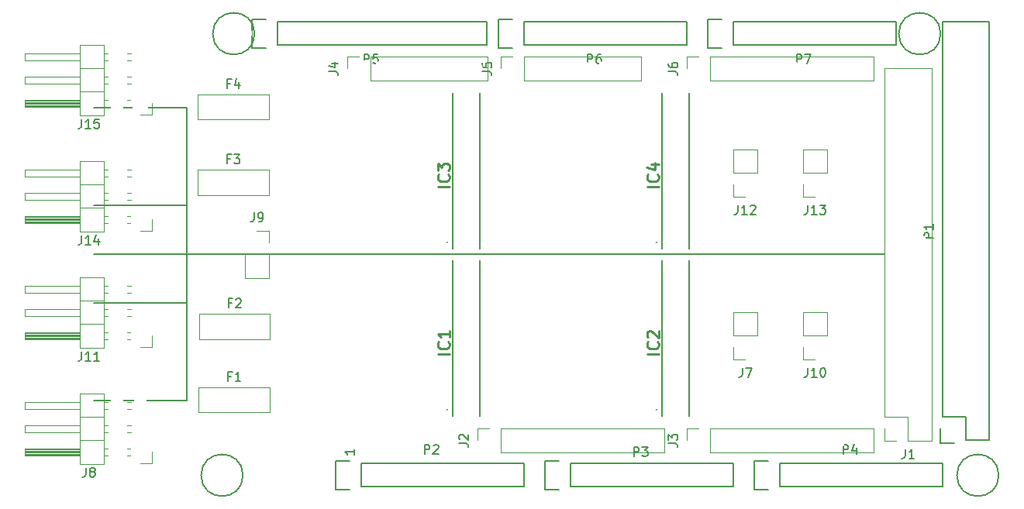
<source format=gto>
G04 #@! TF.GenerationSoftware,KiCad,Pcbnew,(5.1.2-1)-1*
G04 #@! TF.CreationDate,2019-07-30T03:14:59+09:00*
G04 #@! TF.ProjectId,switcher-shield,73776974-6368-4657-922d-736869656c64,rev?*
G04 #@! TF.SameCoordinates,PX6296c50PY74079d0*
G04 #@! TF.FileFunction,Legend,Top*
G04 #@! TF.FilePolarity,Positive*
%FSLAX46Y46*%
G04 Gerber Fmt 4.6, Leading zero omitted, Abs format (unit mm)*
G04 Created by KiCad (PCBNEW (5.1.2-1)-1) date 2019-07-30 03:14:59*
%MOMM*%
%LPD*%
G04 APERTURE LIST*
%ADD10C,0.150000*%
%ADD11C,0.120000*%
%ADD12C,0.200000*%
%ADD13C,0.254000*%
%ADD14O,1.700000X1.700000*%
%ADD15R,1.700000X1.700000*%
%ADD16C,1.727200*%
%ADD17O,1.727200X1.727200*%
%ADD18O,1.727200X2.032000*%
%ADD19C,4.064000*%
%ADD20C,1.900000*%
%ADD21C,2.000000*%
G04 APERTURE END LIST*
D10*
X10160000Y42672000D02*
X10160000Y10668000D01*
X0Y42672000D02*
X10160000Y42672000D01*
X0Y32004000D02*
X10160000Y32004000D01*
X0Y21336000D02*
X10160000Y21336000D01*
X0Y10668000D02*
X10160000Y10668000D01*
X0Y26670000D02*
X86360000Y26670000D01*
X2540000Y26670000D02*
X9398000Y26670000D01*
X0Y26670000D02*
X2540000Y26670000D01*
X28392380Y5365715D02*
X28392380Y4794286D01*
X28392380Y5080000D02*
X27392380Y5080000D01*
X27535238Y4984762D01*
X27630476Y4889524D01*
X27678095Y4794286D01*
D11*
X71120000Y15180000D02*
X69790000Y15180000D01*
X69790000Y15180000D02*
X69790000Y16510000D01*
X69790000Y17780000D02*
X69790000Y20380000D01*
X72450000Y20380000D02*
X69790000Y20380000D01*
X72450000Y17780000D02*
X72450000Y20380000D01*
X72450000Y17780000D02*
X69790000Y17780000D01*
D10*
X97790000Y6350000D02*
X97790000Y52070000D01*
X92710000Y52070000D02*
X92710000Y8890000D01*
X97790000Y52070000D02*
X92710000Y52070000D01*
X97790000Y6350000D02*
X95250000Y6350000D01*
X92430000Y7620000D02*
X92430000Y6070000D01*
X95250000Y6350000D02*
X95250000Y8890000D01*
X95250000Y8890000D02*
X92710000Y8890000D01*
X92430000Y6070000D02*
X93980000Y6070000D01*
X29210000Y1270000D02*
X46990000Y1270000D01*
X46990000Y1270000D02*
X46990000Y3810000D01*
X46990000Y3810000D02*
X29210000Y3810000D01*
X26390000Y990000D02*
X27940000Y990000D01*
X29210000Y1270000D02*
X29210000Y3810000D01*
X27940000Y4090000D02*
X26390000Y4090000D01*
X26390000Y4090000D02*
X26390000Y990000D01*
X52070000Y1270000D02*
X69850000Y1270000D01*
X69850000Y1270000D02*
X69850000Y3810000D01*
X69850000Y3810000D02*
X52070000Y3810000D01*
X49250000Y990000D02*
X50800000Y990000D01*
X52070000Y1270000D02*
X52070000Y3810000D01*
X50800000Y4090000D02*
X49250000Y4090000D01*
X49250000Y4090000D02*
X49250000Y990000D01*
X74930000Y1270000D02*
X92710000Y1270000D01*
X92710000Y1270000D02*
X92710000Y3810000D01*
X92710000Y3810000D02*
X74930000Y3810000D01*
X72110000Y990000D02*
X73660000Y990000D01*
X74930000Y1270000D02*
X74930000Y3810000D01*
X73660000Y4090000D02*
X72110000Y4090000D01*
X72110000Y4090000D02*
X72110000Y990000D01*
X20066000Y49530000D02*
X42926000Y49530000D01*
X42926000Y49530000D02*
X42926000Y52070000D01*
X42926000Y52070000D02*
X20066000Y52070000D01*
X17246000Y49250000D02*
X18796000Y49250000D01*
X20066000Y49530000D02*
X20066000Y52070000D01*
X18796000Y52350000D02*
X17246000Y52350000D01*
X17246000Y52350000D02*
X17246000Y49250000D01*
X46990000Y49530000D02*
X64770000Y49530000D01*
X64770000Y49530000D02*
X64770000Y52070000D01*
X64770000Y52070000D02*
X46990000Y52070000D01*
X44170000Y49250000D02*
X45720000Y49250000D01*
X46990000Y49530000D02*
X46990000Y52070000D01*
X45720000Y52350000D02*
X44170000Y52350000D01*
X44170000Y52350000D02*
X44170000Y49250000D01*
X69850000Y49530000D02*
X87630000Y49530000D01*
X87630000Y49530000D02*
X87630000Y52070000D01*
X87630000Y52070000D02*
X69850000Y52070000D01*
X67030000Y49250000D02*
X68580000Y49250000D01*
X69850000Y49530000D02*
X69850000Y52070000D01*
X68580000Y52350000D02*
X67030000Y52350000D01*
X67030000Y52350000D02*
X67030000Y49250000D01*
X16256000Y2540000D02*
G75*
G03X16256000Y2540000I-2286000J0D01*
G01*
X98806000Y2540000D02*
G75*
G03X98806000Y2540000I-2286000J0D01*
G01*
X17526000Y50800000D02*
G75*
G03X17526000Y50800000I-2286000J0D01*
G01*
X92456000Y50800000D02*
G75*
G03X92456000Y50800000I-2286000J0D01*
G01*
D11*
X91500000Y6290000D02*
X88900000Y6290000D01*
X91500000Y6290000D02*
X91500000Y47050000D01*
X91500000Y47050000D02*
X86300000Y47050000D01*
X86300000Y8890000D02*
X86300000Y47050000D01*
X88900000Y8890000D02*
X86300000Y8890000D01*
X88900000Y6290000D02*
X88900000Y8890000D01*
X86300000Y6290000D02*
X86300000Y7620000D01*
X87630000Y6290000D02*
X86300000Y6290000D01*
X44450000Y5020000D02*
X44450000Y7680000D01*
X44450000Y5020000D02*
X62290000Y5020000D01*
X62290000Y5020000D02*
X62290000Y7680000D01*
X44450000Y7680000D02*
X62290000Y7680000D01*
X41850000Y7680000D02*
X43180000Y7680000D01*
X41850000Y6350000D02*
X41850000Y7680000D01*
X64710000Y6350000D02*
X64710000Y7680000D01*
X64710000Y7680000D02*
X66040000Y7680000D01*
X67310000Y7680000D02*
X85150000Y7680000D01*
X85150000Y5020000D02*
X85150000Y7680000D01*
X67310000Y5020000D02*
X85150000Y5020000D01*
X67310000Y5020000D02*
X67310000Y7680000D01*
X67310000Y45660000D02*
X67310000Y48320000D01*
X67310000Y45660000D02*
X85150000Y45660000D01*
X85150000Y45660000D02*
X85150000Y48320000D01*
X67310000Y48320000D02*
X85150000Y48320000D01*
X64710000Y48320000D02*
X66040000Y48320000D01*
X64710000Y46990000D02*
X64710000Y48320000D01*
X30226000Y45660000D02*
X30226000Y48320000D01*
X30226000Y45660000D02*
X42986000Y45660000D01*
X42986000Y45660000D02*
X42986000Y48320000D01*
X30226000Y48320000D02*
X42986000Y48320000D01*
X27626000Y48320000D02*
X28956000Y48320000D01*
X27626000Y46990000D02*
X27626000Y48320000D01*
X44390000Y46990000D02*
X44390000Y48320000D01*
X44390000Y48320000D02*
X45720000Y48320000D01*
X46990000Y48320000D02*
X59750000Y48320000D01*
X59750000Y45660000D02*
X59750000Y48320000D01*
X46990000Y45660000D02*
X59750000Y45660000D01*
X46990000Y45660000D02*
X46990000Y48320000D01*
D12*
X38552000Y9711000D02*
G75*
G03X38552000Y9711000I-53000J0D01*
G01*
X42140000Y26026000D02*
X42140000Y9026000D01*
X39140000Y9026000D02*
X39140000Y26026000D01*
D11*
X1100000Y3750000D02*
X1100000Y11490000D01*
X1100000Y11490000D02*
X-1560000Y11490000D01*
X-1560000Y11490000D02*
X-1560000Y3750000D01*
X-1560000Y3750000D02*
X1100000Y3750000D01*
X-1560000Y4700000D02*
X-7560000Y4700000D01*
X-7560000Y4700000D02*
X-7560000Y5460000D01*
X-7560000Y5460000D02*
X-1560000Y5460000D01*
X-1560000Y4760000D02*
X-7560000Y4760000D01*
X-1560000Y4880000D02*
X-7560000Y4880000D01*
X-1560000Y5000000D02*
X-7560000Y5000000D01*
X-1560000Y5120000D02*
X-7560000Y5120000D01*
X-1560000Y5240000D02*
X-7560000Y5240000D01*
X-1560000Y5360000D02*
X-7560000Y5360000D01*
X1497071Y4700000D02*
X1100000Y4700000D01*
X1497071Y5460000D02*
X1100000Y5460000D01*
X3970000Y4700000D02*
X3582929Y4700000D01*
X3970000Y5460000D02*
X3582929Y5460000D01*
X1100000Y6350000D02*
X-1560000Y6350000D01*
X-1560000Y7240000D02*
X-7560000Y7240000D01*
X-7560000Y7240000D02*
X-7560000Y8000000D01*
X-7560000Y8000000D02*
X-1560000Y8000000D01*
X1497071Y7240000D02*
X1100000Y7240000D01*
X1497071Y8000000D02*
X1100000Y8000000D01*
X4037071Y7240000D02*
X3582929Y7240000D01*
X4037071Y8000000D02*
X3582929Y8000000D01*
X1100000Y8890000D02*
X-1560000Y8890000D01*
X-1560000Y9780000D02*
X-7560000Y9780000D01*
X-7560000Y9780000D02*
X-7560000Y10540000D01*
X-7560000Y10540000D02*
X-1560000Y10540000D01*
X1497071Y9780000D02*
X1100000Y9780000D01*
X1497071Y10540000D02*
X1100000Y10540000D01*
X4037071Y9780000D02*
X3582929Y9780000D01*
X4037071Y10540000D02*
X3582929Y10540000D01*
X6350000Y5080000D02*
X6350000Y3810000D01*
X6350000Y3810000D02*
X5080000Y3810000D01*
X16450000Y26670000D02*
X19110000Y26670000D01*
X16450000Y26670000D02*
X16450000Y24070000D01*
X16450000Y24070000D02*
X19110000Y24070000D01*
X19110000Y26670000D02*
X19110000Y24070000D01*
X19110000Y29270000D02*
X19110000Y27940000D01*
X17780000Y29270000D02*
X19110000Y29270000D01*
D12*
X61412000Y9711000D02*
G75*
G03X61412000Y9711000I-53000J0D01*
G01*
X65000000Y26026000D02*
X65000000Y9026000D01*
X62000000Y9026000D02*
X62000000Y26026000D01*
X38552000Y27999000D02*
G75*
G03X38552000Y27999000I-53000J0D01*
G01*
X42140000Y44314000D02*
X42140000Y27314000D01*
X39140000Y27314000D02*
X39140000Y44314000D01*
X62000000Y27314000D02*
X62000000Y44314000D01*
X65000000Y44314000D02*
X65000000Y27314000D01*
X61412000Y27999000D02*
G75*
G03X61412000Y27999000I-53000J0D01*
G01*
D11*
X80070000Y17780000D02*
X77410000Y17780000D01*
X80070000Y17780000D02*
X80070000Y20380000D01*
X80070000Y20380000D02*
X77410000Y20380000D01*
X77410000Y17780000D02*
X77410000Y20380000D01*
X77410000Y15180000D02*
X77410000Y16510000D01*
X78740000Y15180000D02*
X77410000Y15180000D01*
X1100000Y16450000D02*
X1100000Y24190000D01*
X1100000Y24190000D02*
X-1560000Y24190000D01*
X-1560000Y24190000D02*
X-1560000Y16450000D01*
X-1560000Y16450000D02*
X1100000Y16450000D01*
X-1560000Y17400000D02*
X-7560000Y17400000D01*
X-7560000Y17400000D02*
X-7560000Y18160000D01*
X-7560000Y18160000D02*
X-1560000Y18160000D01*
X-1560000Y17460000D02*
X-7560000Y17460000D01*
X-1560000Y17580000D02*
X-7560000Y17580000D01*
X-1560000Y17700000D02*
X-7560000Y17700000D01*
X-1560000Y17820000D02*
X-7560000Y17820000D01*
X-1560000Y17940000D02*
X-7560000Y17940000D01*
X-1560000Y18060000D02*
X-7560000Y18060000D01*
X1497071Y17400000D02*
X1100000Y17400000D01*
X1497071Y18160000D02*
X1100000Y18160000D01*
X3970000Y17400000D02*
X3582929Y17400000D01*
X3970000Y18160000D02*
X3582929Y18160000D01*
X1100000Y19050000D02*
X-1560000Y19050000D01*
X-1560000Y19940000D02*
X-7560000Y19940000D01*
X-7560000Y19940000D02*
X-7560000Y20700000D01*
X-7560000Y20700000D02*
X-1560000Y20700000D01*
X1497071Y19940000D02*
X1100000Y19940000D01*
X1497071Y20700000D02*
X1100000Y20700000D01*
X4037071Y19940000D02*
X3582929Y19940000D01*
X4037071Y20700000D02*
X3582929Y20700000D01*
X1100000Y21590000D02*
X-1560000Y21590000D01*
X-1560000Y22480000D02*
X-7560000Y22480000D01*
X-7560000Y22480000D02*
X-7560000Y23240000D01*
X-7560000Y23240000D02*
X-1560000Y23240000D01*
X1497071Y22480000D02*
X1100000Y22480000D01*
X1497071Y23240000D02*
X1100000Y23240000D01*
X4037071Y22480000D02*
X3582929Y22480000D01*
X4037071Y23240000D02*
X3582929Y23240000D01*
X6350000Y17780000D02*
X6350000Y16510000D01*
X6350000Y16510000D02*
X5080000Y16510000D01*
X71120000Y32960000D02*
X69790000Y32960000D01*
X69790000Y32960000D02*
X69790000Y34290000D01*
X69790000Y35560000D02*
X69790000Y38160000D01*
X72450000Y38160000D02*
X69790000Y38160000D01*
X72450000Y35560000D02*
X72450000Y38160000D01*
X72450000Y35560000D02*
X69790000Y35560000D01*
X80070000Y35560000D02*
X77410000Y35560000D01*
X80070000Y35560000D02*
X80070000Y38160000D01*
X80070000Y38160000D02*
X77410000Y38160000D01*
X77410000Y35560000D02*
X77410000Y38160000D01*
X77410000Y32960000D02*
X77410000Y34290000D01*
X78740000Y32960000D02*
X77410000Y32960000D01*
X1100000Y29150000D02*
X1100000Y36890000D01*
X1100000Y36890000D02*
X-1560000Y36890000D01*
X-1560000Y36890000D02*
X-1560000Y29150000D01*
X-1560000Y29150000D02*
X1100000Y29150000D01*
X-1560000Y30100000D02*
X-7560000Y30100000D01*
X-7560000Y30100000D02*
X-7560000Y30860000D01*
X-7560000Y30860000D02*
X-1560000Y30860000D01*
X-1560000Y30160000D02*
X-7560000Y30160000D01*
X-1560000Y30280000D02*
X-7560000Y30280000D01*
X-1560000Y30400000D02*
X-7560000Y30400000D01*
X-1560000Y30520000D02*
X-7560000Y30520000D01*
X-1560000Y30640000D02*
X-7560000Y30640000D01*
X-1560000Y30760000D02*
X-7560000Y30760000D01*
X1497071Y30100000D02*
X1100000Y30100000D01*
X1497071Y30860000D02*
X1100000Y30860000D01*
X3970000Y30100000D02*
X3582929Y30100000D01*
X3970000Y30860000D02*
X3582929Y30860000D01*
X1100000Y31750000D02*
X-1560000Y31750000D01*
X-1560000Y32640000D02*
X-7560000Y32640000D01*
X-7560000Y32640000D02*
X-7560000Y33400000D01*
X-7560000Y33400000D02*
X-1560000Y33400000D01*
X1497071Y32640000D02*
X1100000Y32640000D01*
X1497071Y33400000D02*
X1100000Y33400000D01*
X4037071Y32640000D02*
X3582929Y32640000D01*
X4037071Y33400000D02*
X3582929Y33400000D01*
X1100000Y34290000D02*
X-1560000Y34290000D01*
X-1560000Y35180000D02*
X-7560000Y35180000D01*
X-7560000Y35180000D02*
X-7560000Y35940000D01*
X-7560000Y35940000D02*
X-1560000Y35940000D01*
X1497071Y35180000D02*
X1100000Y35180000D01*
X1497071Y35940000D02*
X1100000Y35940000D01*
X4037071Y35180000D02*
X3582929Y35180000D01*
X4037071Y35940000D02*
X3582929Y35940000D01*
X6350000Y30480000D02*
X6350000Y29210000D01*
X6350000Y29210000D02*
X5080000Y29210000D01*
X6350000Y41910000D02*
X5080000Y41910000D01*
X6350000Y43180000D02*
X6350000Y41910000D01*
X4037071Y48640000D02*
X3582929Y48640000D01*
X4037071Y47880000D02*
X3582929Y47880000D01*
X1497071Y48640000D02*
X1100000Y48640000D01*
X1497071Y47880000D02*
X1100000Y47880000D01*
X-7560000Y48640000D02*
X-1560000Y48640000D01*
X-7560000Y47880000D02*
X-7560000Y48640000D01*
X-1560000Y47880000D02*
X-7560000Y47880000D01*
X1100000Y46990000D02*
X-1560000Y46990000D01*
X4037071Y46100000D02*
X3582929Y46100000D01*
X4037071Y45340000D02*
X3582929Y45340000D01*
X1497071Y46100000D02*
X1100000Y46100000D01*
X1497071Y45340000D02*
X1100000Y45340000D01*
X-7560000Y46100000D02*
X-1560000Y46100000D01*
X-7560000Y45340000D02*
X-7560000Y46100000D01*
X-1560000Y45340000D02*
X-7560000Y45340000D01*
X1100000Y44450000D02*
X-1560000Y44450000D01*
X3970000Y43560000D02*
X3582929Y43560000D01*
X3970000Y42800000D02*
X3582929Y42800000D01*
X1497071Y43560000D02*
X1100000Y43560000D01*
X1497071Y42800000D02*
X1100000Y42800000D01*
X-1560000Y43460000D02*
X-7560000Y43460000D01*
X-1560000Y43340000D02*
X-7560000Y43340000D01*
X-1560000Y43220000D02*
X-7560000Y43220000D01*
X-1560000Y43100000D02*
X-7560000Y43100000D01*
X-1560000Y42980000D02*
X-7560000Y42980000D01*
X-1560000Y42860000D02*
X-7560000Y42860000D01*
X-7560000Y43560000D02*
X-1560000Y43560000D01*
X-7560000Y42800000D02*
X-7560000Y43560000D01*
X-1560000Y42800000D02*
X-7560000Y42800000D01*
X-1560000Y41850000D02*
X1100000Y41850000D01*
X-1560000Y49590000D02*
X-1560000Y41850000D01*
X1100000Y49590000D02*
X-1560000Y49590000D01*
X1100000Y41850000D02*
X1100000Y49590000D01*
X11410000Y12165000D02*
X19150000Y12165000D01*
X11410000Y9425000D02*
X19150000Y9425000D01*
X11410000Y12165000D02*
X11410000Y9425000D01*
X19150000Y12165000D02*
X19150000Y9425000D01*
X19197000Y20166000D02*
X19197000Y17426000D01*
X11457000Y20166000D02*
X11457000Y17426000D01*
X11457000Y17426000D02*
X19197000Y17426000D01*
X11457000Y20166000D02*
X19197000Y20166000D01*
X11330000Y35914000D02*
X19070000Y35914000D01*
X11330000Y33174000D02*
X19070000Y33174000D01*
X11330000Y35914000D02*
X11330000Y33174000D01*
X19070000Y35914000D02*
X19070000Y33174000D01*
X19070000Y44169000D02*
X19070000Y41429000D01*
X11330000Y44169000D02*
X11330000Y41429000D01*
X11330000Y41429000D02*
X19070000Y41429000D01*
X11330000Y44169000D02*
X19070000Y44169000D01*
D10*
X70786666Y14287620D02*
X70786666Y13573334D01*
X70739047Y13430477D01*
X70643809Y13335239D01*
X70500952Y13287620D01*
X70405714Y13287620D01*
X71167619Y14287620D02*
X71834285Y14287620D01*
X71405714Y13287620D01*
X91638380Y28471905D02*
X90638380Y28471905D01*
X90638380Y28852858D01*
X90686000Y28948096D01*
X90733619Y28995715D01*
X90828857Y29043334D01*
X90971714Y29043334D01*
X91066952Y28995715D01*
X91114571Y28948096D01*
X91162190Y28852858D01*
X91162190Y28471905D01*
X91638380Y29995715D02*
X91638380Y29424286D01*
X91638380Y29710000D02*
X90638380Y29710000D01*
X90781238Y29614762D01*
X90876476Y29519524D01*
X90924095Y29424286D01*
X36091904Y4881620D02*
X36091904Y5881620D01*
X36472857Y5881620D01*
X36568095Y5834000D01*
X36615714Y5786381D01*
X36663333Y5691143D01*
X36663333Y5548286D01*
X36615714Y5453048D01*
X36568095Y5405429D01*
X36472857Y5357810D01*
X36091904Y5357810D01*
X37044285Y5786381D02*
X37091904Y5834000D01*
X37187142Y5881620D01*
X37425238Y5881620D01*
X37520476Y5834000D01*
X37568095Y5786381D01*
X37615714Y5691143D01*
X37615714Y5595905D01*
X37568095Y5453048D01*
X36996666Y4881620D01*
X37615714Y4881620D01*
X58951904Y4627620D02*
X58951904Y5627620D01*
X59332857Y5627620D01*
X59428095Y5580000D01*
X59475714Y5532381D01*
X59523333Y5437143D01*
X59523333Y5294286D01*
X59475714Y5199048D01*
X59428095Y5151429D01*
X59332857Y5103810D01*
X58951904Y5103810D01*
X59856666Y5627620D02*
X60475714Y5627620D01*
X60142380Y5246667D01*
X60285238Y5246667D01*
X60380476Y5199048D01*
X60428095Y5151429D01*
X60475714Y5056191D01*
X60475714Y4818096D01*
X60428095Y4722858D01*
X60380476Y4675239D01*
X60285238Y4627620D01*
X59999523Y4627620D01*
X59904285Y4675239D01*
X59856666Y4722858D01*
X81811904Y4881620D02*
X81811904Y5881620D01*
X82192857Y5881620D01*
X82288095Y5834000D01*
X82335714Y5786381D01*
X82383333Y5691143D01*
X82383333Y5548286D01*
X82335714Y5453048D01*
X82288095Y5405429D01*
X82192857Y5357810D01*
X81811904Y5357810D01*
X83240476Y5548286D02*
X83240476Y4881620D01*
X83002380Y5929239D02*
X82764285Y5214953D01*
X83383333Y5214953D01*
X29487904Y47553620D02*
X29487904Y48553620D01*
X29868857Y48553620D01*
X29964095Y48506000D01*
X30011714Y48458381D01*
X30059333Y48363143D01*
X30059333Y48220286D01*
X30011714Y48125048D01*
X29964095Y48077429D01*
X29868857Y48029810D01*
X29487904Y48029810D01*
X30964095Y48553620D02*
X30487904Y48553620D01*
X30440285Y48077429D01*
X30487904Y48125048D01*
X30583142Y48172667D01*
X30821238Y48172667D01*
X30916476Y48125048D01*
X30964095Y48077429D01*
X31011714Y47982191D01*
X31011714Y47744096D01*
X30964095Y47648858D01*
X30916476Y47601239D01*
X30821238Y47553620D01*
X30583142Y47553620D01*
X30487904Y47601239D01*
X30440285Y47648858D01*
X53871904Y47553620D02*
X53871904Y48553620D01*
X54252857Y48553620D01*
X54348095Y48506000D01*
X54395714Y48458381D01*
X54443333Y48363143D01*
X54443333Y48220286D01*
X54395714Y48125048D01*
X54348095Y48077429D01*
X54252857Y48029810D01*
X53871904Y48029810D01*
X55300476Y48553620D02*
X55110000Y48553620D01*
X55014761Y48506000D01*
X54967142Y48458381D01*
X54871904Y48315524D01*
X54824285Y48125048D01*
X54824285Y47744096D01*
X54871904Y47648858D01*
X54919523Y47601239D01*
X55014761Y47553620D01*
X55205238Y47553620D01*
X55300476Y47601239D01*
X55348095Y47648858D01*
X55395714Y47744096D01*
X55395714Y47982191D01*
X55348095Y48077429D01*
X55300476Y48125048D01*
X55205238Y48172667D01*
X55014761Y48172667D01*
X54919523Y48125048D01*
X54871904Y48077429D01*
X54824285Y47982191D01*
X76731904Y47553620D02*
X76731904Y48553620D01*
X77112857Y48553620D01*
X77208095Y48506000D01*
X77255714Y48458381D01*
X77303333Y48363143D01*
X77303333Y48220286D01*
X77255714Y48125048D01*
X77208095Y48077429D01*
X77112857Y48029810D01*
X76731904Y48029810D01*
X77636666Y48553620D02*
X78303333Y48553620D01*
X77874761Y47553620D01*
X88566666Y5397620D02*
X88566666Y4683334D01*
X88519047Y4540477D01*
X88423809Y4445239D01*
X88280952Y4397620D01*
X88185714Y4397620D01*
X89566666Y4397620D02*
X88995238Y4397620D01*
X89280952Y4397620D02*
X89280952Y5397620D01*
X89185714Y5254762D01*
X89090476Y5159524D01*
X88995238Y5111905D01*
X39862380Y6016667D02*
X40576666Y6016667D01*
X40719523Y5969048D01*
X40814761Y5873810D01*
X40862380Y5730953D01*
X40862380Y5635715D01*
X39957619Y6445239D02*
X39910000Y6492858D01*
X39862380Y6588096D01*
X39862380Y6826191D01*
X39910000Y6921429D01*
X39957619Y6969048D01*
X40052857Y7016667D01*
X40148095Y7016667D01*
X40290952Y6969048D01*
X40862380Y6397620D01*
X40862380Y7016667D01*
X62722380Y6016667D02*
X63436666Y6016667D01*
X63579523Y5969048D01*
X63674761Y5873810D01*
X63722380Y5730953D01*
X63722380Y5635715D01*
X62722380Y6397620D02*
X62722380Y7016667D01*
X63103333Y6683334D01*
X63103333Y6826191D01*
X63150952Y6921429D01*
X63198571Y6969048D01*
X63293809Y7016667D01*
X63531904Y7016667D01*
X63627142Y6969048D01*
X63674761Y6921429D01*
X63722380Y6826191D01*
X63722380Y6540477D01*
X63674761Y6445239D01*
X63627142Y6397620D01*
X62722380Y46656667D02*
X63436666Y46656667D01*
X63579523Y46609048D01*
X63674761Y46513810D01*
X63722380Y46370953D01*
X63722380Y46275715D01*
X62722380Y47561429D02*
X62722380Y47370953D01*
X62770000Y47275715D01*
X62817619Y47228096D01*
X62960476Y47132858D01*
X63150952Y47085239D01*
X63531904Y47085239D01*
X63627142Y47132858D01*
X63674761Y47180477D01*
X63722380Y47275715D01*
X63722380Y47466191D01*
X63674761Y47561429D01*
X63627142Y47609048D01*
X63531904Y47656667D01*
X63293809Y47656667D01*
X63198571Y47609048D01*
X63150952Y47561429D01*
X63103333Y47466191D01*
X63103333Y47275715D01*
X63150952Y47180477D01*
X63198571Y47132858D01*
X63293809Y47085239D01*
X25638380Y46656667D02*
X26352666Y46656667D01*
X26495523Y46609048D01*
X26590761Y46513810D01*
X26638380Y46370953D01*
X26638380Y46275715D01*
X25971714Y47561429D02*
X26638380Y47561429D01*
X25590761Y47323334D02*
X26305047Y47085239D01*
X26305047Y47704286D01*
X42402380Y46656667D02*
X43116666Y46656667D01*
X43259523Y46609048D01*
X43354761Y46513810D01*
X43402380Y46370953D01*
X43402380Y46275715D01*
X42402380Y47609048D02*
X42402380Y47132858D01*
X42878571Y47085239D01*
X42830952Y47132858D01*
X42783333Y47228096D01*
X42783333Y47466191D01*
X42830952Y47561429D01*
X42878571Y47609048D01*
X42973809Y47656667D01*
X43211904Y47656667D01*
X43307142Y47609048D01*
X43354761Y47561429D01*
X43402380Y47466191D01*
X43402380Y47228096D01*
X43354761Y47132858D01*
X43307142Y47085239D01*
D13*
X38798523Y15797239D02*
X37528523Y15797239D01*
X38677571Y17127715D02*
X38738047Y17067239D01*
X38798523Y16885810D01*
X38798523Y16764858D01*
X38738047Y16583429D01*
X38617095Y16462477D01*
X38496142Y16402000D01*
X38254238Y16341524D01*
X38072809Y16341524D01*
X37830904Y16402000D01*
X37709952Y16462477D01*
X37589000Y16583429D01*
X37528523Y16764858D01*
X37528523Y16885810D01*
X37589000Y17067239D01*
X37649476Y17127715D01*
X38798523Y18337239D02*
X38798523Y17611524D01*
X38798523Y17974381D02*
X37528523Y17974381D01*
X37709952Y17853429D01*
X37830904Y17732477D01*
X37891380Y17611524D01*
D10*
X-908334Y3357620D02*
X-908334Y2643334D01*
X-955953Y2500477D01*
X-1051191Y2405239D01*
X-1194048Y2357620D01*
X-1289286Y2357620D01*
X-289286Y2929048D02*
X-384524Y2976667D01*
X-432143Y3024286D01*
X-479762Y3119524D01*
X-479762Y3167143D01*
X-432143Y3262381D01*
X-384524Y3310000D01*
X-289286Y3357620D01*
X-98810Y3357620D01*
X-3572Y3310000D01*
X44047Y3262381D01*
X91666Y3167143D01*
X91666Y3119524D01*
X44047Y3024286D01*
X-3572Y2976667D01*
X-98810Y2929048D01*
X-289286Y2929048D01*
X-384524Y2881429D01*
X-432143Y2833810D01*
X-479762Y2738572D01*
X-479762Y2548096D01*
X-432143Y2452858D01*
X-384524Y2405239D01*
X-289286Y2357620D01*
X-98810Y2357620D01*
X-3572Y2405239D01*
X44047Y2452858D01*
X91666Y2548096D01*
X91666Y2738572D01*
X44047Y2833810D01*
X-3572Y2881429D01*
X-98810Y2929048D01*
X17446666Y31257620D02*
X17446666Y30543334D01*
X17399047Y30400477D01*
X17303809Y30305239D01*
X17160952Y30257620D01*
X17065714Y30257620D01*
X17970476Y30257620D02*
X18160952Y30257620D01*
X18256190Y30305239D01*
X18303809Y30352858D01*
X18399047Y30495715D01*
X18446666Y30686191D01*
X18446666Y31067143D01*
X18399047Y31162381D01*
X18351428Y31210000D01*
X18256190Y31257620D01*
X18065714Y31257620D01*
X17970476Y31210000D01*
X17922857Y31162381D01*
X17875238Y31067143D01*
X17875238Y30829048D01*
X17922857Y30733810D01*
X17970476Y30686191D01*
X18065714Y30638572D01*
X18256190Y30638572D01*
X18351428Y30686191D01*
X18399047Y30733810D01*
X18446666Y30829048D01*
D13*
X61658523Y15797239D02*
X60388523Y15797239D01*
X61537571Y17127715D02*
X61598047Y17067239D01*
X61658523Y16885810D01*
X61658523Y16764858D01*
X61598047Y16583429D01*
X61477095Y16462477D01*
X61356142Y16402000D01*
X61114238Y16341524D01*
X60932809Y16341524D01*
X60690904Y16402000D01*
X60569952Y16462477D01*
X60449000Y16583429D01*
X60388523Y16764858D01*
X60388523Y16885810D01*
X60449000Y17067239D01*
X60509476Y17127715D01*
X60509476Y17611524D02*
X60449000Y17672000D01*
X60388523Y17792953D01*
X60388523Y18095334D01*
X60449000Y18216286D01*
X60509476Y18276762D01*
X60630428Y18337239D01*
X60751380Y18337239D01*
X60932809Y18276762D01*
X61658523Y17551048D01*
X61658523Y18337239D01*
X38798523Y34085239D02*
X37528523Y34085239D01*
X38677571Y35415715D02*
X38738047Y35355239D01*
X38798523Y35173810D01*
X38798523Y35052858D01*
X38738047Y34871429D01*
X38617095Y34750477D01*
X38496142Y34690000D01*
X38254238Y34629524D01*
X38072809Y34629524D01*
X37830904Y34690000D01*
X37709952Y34750477D01*
X37589000Y34871429D01*
X37528523Y35052858D01*
X37528523Y35173810D01*
X37589000Y35355239D01*
X37649476Y35415715D01*
X37528523Y35839048D02*
X37528523Y36625239D01*
X38012333Y36201905D01*
X38012333Y36383334D01*
X38072809Y36504286D01*
X38133285Y36564762D01*
X38254238Y36625239D01*
X38556619Y36625239D01*
X38677571Y36564762D01*
X38738047Y36504286D01*
X38798523Y36383334D01*
X38798523Y36020477D01*
X38738047Y35899524D01*
X38677571Y35839048D01*
X61658523Y34085239D02*
X60388523Y34085239D01*
X61537571Y35415715D02*
X61598047Y35355239D01*
X61658523Y35173810D01*
X61658523Y35052858D01*
X61598047Y34871429D01*
X61477095Y34750477D01*
X61356142Y34690000D01*
X61114238Y34629524D01*
X60932809Y34629524D01*
X60690904Y34690000D01*
X60569952Y34750477D01*
X60449000Y34871429D01*
X60388523Y35052858D01*
X60388523Y35173810D01*
X60449000Y35355239D01*
X60509476Y35415715D01*
X60811857Y36504286D02*
X61658523Y36504286D01*
X60328047Y36201905D02*
X61235190Y35899524D01*
X61235190Y36685715D01*
D10*
X77930476Y14287620D02*
X77930476Y13573334D01*
X77882857Y13430477D01*
X77787619Y13335239D01*
X77644761Y13287620D01*
X77549523Y13287620D01*
X78930476Y13287620D02*
X78359047Y13287620D01*
X78644761Y13287620D02*
X78644761Y14287620D01*
X78549523Y14144762D01*
X78454285Y14049524D01*
X78359047Y14001905D01*
X79549523Y14287620D02*
X79644761Y14287620D01*
X79740000Y14240000D01*
X79787619Y14192381D01*
X79835238Y14097143D01*
X79882857Y13906667D01*
X79882857Y13668572D01*
X79835238Y13478096D01*
X79787619Y13382858D01*
X79740000Y13335239D01*
X79644761Y13287620D01*
X79549523Y13287620D01*
X79454285Y13335239D01*
X79406666Y13382858D01*
X79359047Y13478096D01*
X79311428Y13668572D01*
X79311428Y13906667D01*
X79359047Y14097143D01*
X79406666Y14192381D01*
X79454285Y14240000D01*
X79549523Y14287620D01*
X-1384524Y16057620D02*
X-1384524Y15343334D01*
X-1432143Y15200477D01*
X-1527381Y15105239D01*
X-1670239Y15057620D01*
X-1765477Y15057620D01*
X-384524Y15057620D02*
X-955953Y15057620D01*
X-670239Y15057620D02*
X-670239Y16057620D01*
X-765477Y15914762D01*
X-860715Y15819524D01*
X-955953Y15771905D01*
X567857Y15057620D02*
X-3572Y15057620D01*
X282142Y15057620D02*
X282142Y16057620D01*
X186904Y15914762D01*
X91666Y15819524D01*
X-3572Y15771905D01*
X70310476Y32067620D02*
X70310476Y31353334D01*
X70262857Y31210477D01*
X70167619Y31115239D01*
X70024761Y31067620D01*
X69929523Y31067620D01*
X71310476Y31067620D02*
X70739047Y31067620D01*
X71024761Y31067620D02*
X71024761Y32067620D01*
X70929523Y31924762D01*
X70834285Y31829524D01*
X70739047Y31781905D01*
X71691428Y31972381D02*
X71739047Y32020000D01*
X71834285Y32067620D01*
X72072380Y32067620D01*
X72167619Y32020000D01*
X72215238Y31972381D01*
X72262857Y31877143D01*
X72262857Y31781905D01*
X72215238Y31639048D01*
X71643809Y31067620D01*
X72262857Y31067620D01*
X77930476Y32067620D02*
X77930476Y31353334D01*
X77882857Y31210477D01*
X77787619Y31115239D01*
X77644761Y31067620D01*
X77549523Y31067620D01*
X78930476Y31067620D02*
X78359047Y31067620D01*
X78644761Y31067620D02*
X78644761Y32067620D01*
X78549523Y31924762D01*
X78454285Y31829524D01*
X78359047Y31781905D01*
X79263809Y32067620D02*
X79882857Y32067620D01*
X79549523Y31686667D01*
X79692380Y31686667D01*
X79787619Y31639048D01*
X79835238Y31591429D01*
X79882857Y31496191D01*
X79882857Y31258096D01*
X79835238Y31162858D01*
X79787619Y31115239D01*
X79692380Y31067620D01*
X79406666Y31067620D01*
X79311428Y31115239D01*
X79263809Y31162858D01*
X-1384524Y28757620D02*
X-1384524Y28043334D01*
X-1432143Y27900477D01*
X-1527381Y27805239D01*
X-1670239Y27757620D01*
X-1765477Y27757620D01*
X-384524Y27757620D02*
X-955953Y27757620D01*
X-670239Y27757620D02*
X-670239Y28757620D01*
X-765477Y28614762D01*
X-860715Y28519524D01*
X-955953Y28471905D01*
X472619Y28424286D02*
X472619Y27757620D01*
X234523Y28805239D02*
X-3572Y28090953D01*
X615476Y28090953D01*
X-1384524Y41457620D02*
X-1384524Y40743334D01*
X-1432143Y40600477D01*
X-1527381Y40505239D01*
X-1670239Y40457620D01*
X-1765477Y40457620D01*
X-384524Y40457620D02*
X-955953Y40457620D01*
X-670239Y40457620D02*
X-670239Y41457620D01*
X-765477Y41314762D01*
X-860715Y41219524D01*
X-955953Y41171905D01*
X520238Y41457620D02*
X44047Y41457620D01*
X-3572Y40981429D01*
X44047Y41029048D01*
X139285Y41076667D01*
X377380Y41076667D01*
X472619Y41029048D01*
X520238Y40981429D01*
X567857Y40886191D01*
X567857Y40648096D01*
X520238Y40552858D01*
X472619Y40505239D01*
X377380Y40457620D01*
X139285Y40457620D01*
X44047Y40505239D01*
X-3572Y40552858D01*
X14946666Y13366429D02*
X14613333Y13366429D01*
X14613333Y12842620D02*
X14613333Y13842620D01*
X15089523Y13842620D01*
X15994285Y12842620D02*
X15422857Y12842620D01*
X15708571Y12842620D02*
X15708571Y13842620D01*
X15613333Y13699762D01*
X15518095Y13604524D01*
X15422857Y13556905D01*
X14993666Y21367429D02*
X14660333Y21367429D01*
X14660333Y20843620D02*
X14660333Y21843620D01*
X15136523Y21843620D01*
X15469857Y21748381D02*
X15517476Y21796000D01*
X15612714Y21843620D01*
X15850809Y21843620D01*
X15946047Y21796000D01*
X15993666Y21748381D01*
X16041285Y21653143D01*
X16041285Y21557905D01*
X15993666Y21415048D01*
X15422238Y20843620D01*
X16041285Y20843620D01*
X14866666Y37115429D02*
X14533333Y37115429D01*
X14533333Y36591620D02*
X14533333Y37591620D01*
X15009523Y37591620D01*
X15295238Y37591620D02*
X15914285Y37591620D01*
X15580952Y37210667D01*
X15723809Y37210667D01*
X15819047Y37163048D01*
X15866666Y37115429D01*
X15914285Y37020191D01*
X15914285Y36782096D01*
X15866666Y36686858D01*
X15819047Y36639239D01*
X15723809Y36591620D01*
X15438095Y36591620D01*
X15342857Y36639239D01*
X15295238Y36686858D01*
X14866666Y45370429D02*
X14533333Y45370429D01*
X14533333Y44846620D02*
X14533333Y45846620D01*
X15009523Y45846620D01*
X15819047Y45513286D02*
X15819047Y44846620D01*
X15580952Y45894239D02*
X15342857Y45179953D01*
X15961904Y45179953D01*
%LPC*%
D14*
X71120000Y19050000D03*
D15*
X71120000Y16510000D03*
D16*
X93980000Y7620000D03*
D17*
X96520000Y7620000D03*
X93980000Y10160000D03*
X96520000Y10160000D03*
X93980000Y12700000D03*
X96520000Y12700000D03*
X93980000Y15240000D03*
X96520000Y15240000D03*
X93980000Y17780000D03*
X96520000Y17780000D03*
X93980000Y20320000D03*
X96520000Y20320000D03*
X93980000Y22860000D03*
X96520000Y22860000D03*
X93980000Y25400000D03*
X96520000Y25400000D03*
X93980000Y27940000D03*
X96520000Y27940000D03*
X93980000Y30480000D03*
X96520000Y30480000D03*
X93980000Y33020000D03*
X96520000Y33020000D03*
X93980000Y35560000D03*
X96520000Y35560000D03*
X93980000Y38100000D03*
X96520000Y38100000D03*
X93980000Y40640000D03*
X96520000Y40640000D03*
X93980000Y43180000D03*
X96520000Y43180000D03*
X93980000Y45720000D03*
X96520000Y45720000D03*
X93980000Y48260000D03*
X96520000Y48260000D03*
X93980000Y50800000D03*
X96520000Y50800000D03*
D18*
X27940000Y2540000D03*
X30480000Y2540000D03*
X33020000Y2540000D03*
X35560000Y2540000D03*
X38100000Y2540000D03*
X40640000Y2540000D03*
X43180000Y2540000D03*
X45720000Y2540000D03*
X50800000Y2540000D03*
X53340000Y2540000D03*
X55880000Y2540000D03*
X58420000Y2540000D03*
X60960000Y2540000D03*
X63500000Y2540000D03*
X66040000Y2540000D03*
X68580000Y2540000D03*
X73660000Y2540000D03*
X76200000Y2540000D03*
X78740000Y2540000D03*
X81280000Y2540000D03*
X83820000Y2540000D03*
X86360000Y2540000D03*
X88900000Y2540000D03*
X91440000Y2540000D03*
X18796000Y50800000D03*
X21336000Y50800000D03*
X23876000Y50800000D03*
X26416000Y50800000D03*
X28956000Y50800000D03*
X31496000Y50800000D03*
X34036000Y50800000D03*
X36576000Y50800000D03*
X39116000Y50800000D03*
X41656000Y50800000D03*
X45720000Y50800000D03*
X48260000Y50800000D03*
X50800000Y50800000D03*
X53340000Y50800000D03*
X55880000Y50800000D03*
X58420000Y50800000D03*
X60960000Y50800000D03*
X63500000Y50800000D03*
X68580000Y50800000D03*
X71120000Y50800000D03*
X73660000Y50800000D03*
X76200000Y50800000D03*
X78740000Y50800000D03*
X81280000Y50800000D03*
X83820000Y50800000D03*
X86360000Y50800000D03*
D19*
X13970000Y2540000D03*
X96520000Y2540000D03*
X15240000Y50800000D03*
X90170000Y50800000D03*
D15*
X87630000Y7620000D03*
D14*
X90170000Y7620000D03*
X87630000Y10160000D03*
X90170000Y10160000D03*
X87630000Y12700000D03*
X90170000Y12700000D03*
X87630000Y15240000D03*
X90170000Y15240000D03*
X87630000Y17780000D03*
X90170000Y17780000D03*
X87630000Y20320000D03*
X90170000Y20320000D03*
X87630000Y22860000D03*
X90170000Y22860000D03*
X87630000Y25400000D03*
X90170000Y25400000D03*
X87630000Y27940000D03*
X90170000Y27940000D03*
X87630000Y30480000D03*
X90170000Y30480000D03*
X87630000Y33020000D03*
X90170000Y33020000D03*
X87630000Y35560000D03*
X90170000Y35560000D03*
X87630000Y38100000D03*
X90170000Y38100000D03*
X87630000Y40640000D03*
X90170000Y40640000D03*
X87630000Y43180000D03*
X90170000Y43180000D03*
X87630000Y45720000D03*
X90170000Y45720000D03*
D15*
X43180000Y6350000D03*
D14*
X45720000Y6350000D03*
X48260000Y6350000D03*
X50800000Y6350000D03*
X53340000Y6350000D03*
X55880000Y6350000D03*
X58420000Y6350000D03*
X60960000Y6350000D03*
X83820000Y6350000D03*
X81280000Y6350000D03*
X78740000Y6350000D03*
X76200000Y6350000D03*
X73660000Y6350000D03*
X71120000Y6350000D03*
X68580000Y6350000D03*
D15*
X66040000Y6350000D03*
X66040000Y46990000D03*
D14*
X68580000Y46990000D03*
X71120000Y46990000D03*
X73660000Y46990000D03*
X76200000Y46990000D03*
X78740000Y46990000D03*
X81280000Y46990000D03*
X83820000Y46990000D03*
D15*
X28956000Y46990000D03*
D14*
X31496000Y46990000D03*
X34036000Y46990000D03*
X36576000Y46990000D03*
X39116000Y46990000D03*
X41656000Y46990000D03*
X58420000Y46990000D03*
X55880000Y46990000D03*
X53340000Y46990000D03*
X50800000Y46990000D03*
X48260000Y46990000D03*
D15*
X45720000Y46990000D03*
D20*
X40640000Y25146000D03*
X40640000Y22606000D03*
X40640000Y20066000D03*
X40640000Y17526000D03*
X40640000Y14986000D03*
X40640000Y12446000D03*
X40640000Y9906000D03*
D15*
X5080000Y5080000D03*
D14*
X2540000Y5080000D03*
X5080000Y7620000D03*
X2540000Y7620000D03*
X5080000Y10160000D03*
X2540000Y10160000D03*
D15*
X17780000Y27940000D03*
D14*
X17780000Y25400000D03*
D20*
X63500000Y25146000D03*
X63500000Y22606000D03*
X63500000Y20066000D03*
X63500000Y17526000D03*
X63500000Y14986000D03*
X63500000Y12446000D03*
X63500000Y9906000D03*
X40640000Y43434000D03*
X40640000Y40894000D03*
X40640000Y38354000D03*
X40640000Y35814000D03*
X40640000Y33274000D03*
X40640000Y30734000D03*
X40640000Y28194000D03*
X63500000Y28194000D03*
X63500000Y30734000D03*
X63500000Y33274000D03*
X63500000Y35814000D03*
X63500000Y38354000D03*
X63500000Y40894000D03*
X63500000Y43434000D03*
D15*
X78740000Y16510000D03*
D14*
X78740000Y19050000D03*
D15*
X5080000Y17780000D03*
D14*
X2540000Y17780000D03*
X5080000Y20320000D03*
X2540000Y20320000D03*
X5080000Y22860000D03*
X2540000Y22860000D03*
X71120000Y36830000D03*
D15*
X71120000Y34290000D03*
X78740000Y34290000D03*
D14*
X78740000Y36830000D03*
D15*
X5080000Y30480000D03*
D14*
X2540000Y30480000D03*
X5080000Y33020000D03*
X2540000Y33020000D03*
X5080000Y35560000D03*
X2540000Y35560000D03*
X2540000Y48260000D03*
X5080000Y48260000D03*
X2540000Y45720000D03*
X5080000Y45720000D03*
X2540000Y43180000D03*
D15*
X5080000Y43180000D03*
D21*
X12780000Y10795000D03*
X17780000Y10795000D03*
X17827000Y18796000D03*
X12827000Y18796000D03*
X12700000Y34544000D03*
X17700000Y34544000D03*
X17700000Y42799000D03*
X12700000Y42799000D03*
M02*

</source>
